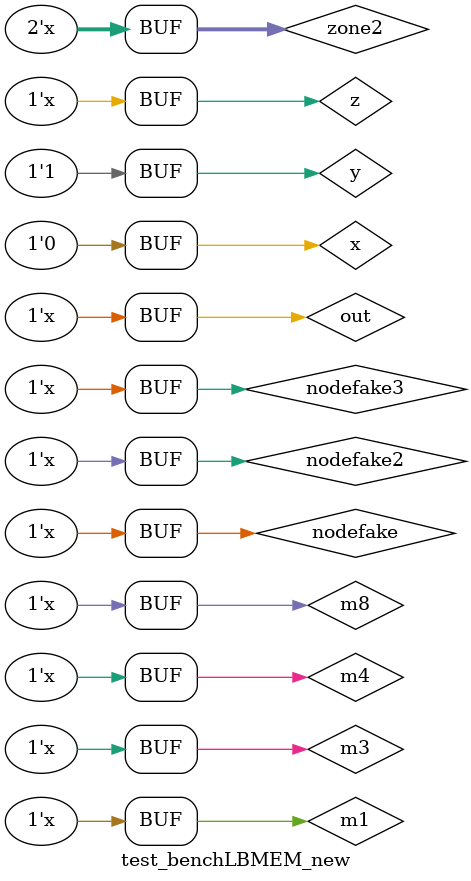
<source format=v>
module test_benchLBMEM_new;

wire m8,m1,m2,m3,m4,m5,m6,m7,z;
reg x,y,nodefake, nodefake2, nodefake3;
reg [1:0] zone1,zone2,zone3;
parameter [1:0]
	switch=1,
	hold=2,
	rele=3,
	relax=0;
assign m8= nodefake;	
assign z= nodefake2;
assign out= nodefake2;
assign m3 = nodefake2;
assign m4 = nodefake2;
assign m1 = nodefake2;

Wire_4 W1 (
	   .A(x), 
	   .B(m1), 
	   .status(zone1)
	   );

Wire_4 W2 (
	    .A(y), 
	    .B(m7), 
	    .status(zone1)
	  );

Wire_bi6  WBI1 (
		.A(z), 
		.B(m3), 
		.status(zone1),
		.fault(0)
		);

MajorityVoter_bi4 MV1 (
			 .A(m1),
			 .B(m5), 
			 .Zp(m4),
			 .Z(m2),
			 .status(zone2), 
			 .fault1(1'b0), 
			 .fault0(1'b0)
			 );

Wire_bi6 W4 (
	   .A(m4), 
	   .B(m8), 
	   .status(zone2),
	   .fault(0)
	   );
	   
Wire_bi6 W5 (
	   .A(m8), 
	   .B(out), 
	   .status(zone3),
	   .fault(0)
	   );	   

LShapedWire_bi4 LSBI1(
		.A(m2), 
		.B(m3), 
		.fault(1'b0), 
		.status(zone2)
		);
		
LShapedWire_4 LS1 (
 		.A(m7), 
 		.B(m5), 
 		.status(zone2),
 		.fault(1'b0)
 		);


initial  
begin     
	x =0;     
 	y =0;
 	zone1<=2;
 	zone2<=2;
 	zone3<=3;
	nodefake <=0;
	nodefake3 <=1'bz;
	nodefake2 <=1'bz;
	#110	nodefake <=1'bz;
end     
always
    begin
	#50  x <=1;
	#0   y <=1;
	#200 x <=0;
	#0   y <=1;
	#200 x <=0;
	#0   y <=0;
	#200 x <=1;
	#0   y <=0;
	#200 x <=0;
	#0   y<=1; 
    end
//period=200
always@(zone1)
	begin
		case (zone1)
			hold : #100 zone1 <= zone1 +1;
			rele :  #25 zone1  <=  zone1 +1 ;
			relax : #50 zone1 <=  zone1 +1; 
			switch :  #25 zone1 <= zone1 +1 ;
		endcase
	end	
			
always@(zone2)
	begin
	#25  zone2 <= zone2 +1 ;
	end	
			
always@(zone3)
	begin
		case (zone3)
			hold : #75 zone3 <=  zone3 +1;
			rele : #25 zone3  <=  zone3 +1;
			relax :  #75  zone3 <= zone3 +1; 
			switch :  #25  zone3 <= zone3 +1;
		endcase
	end	

endmodule





</source>
